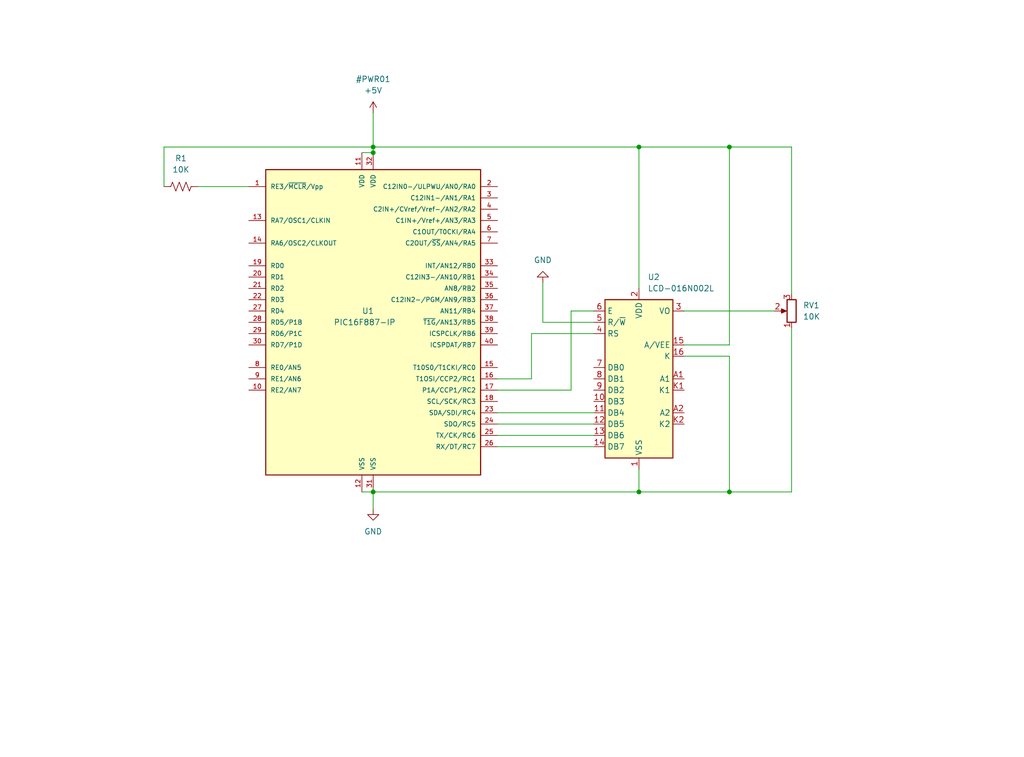
<source format=kicad_sch>
(kicad_sch (version 20230121) (generator eeschema)
  (paper "User" 229.997 170.002)
  (title_block (title "LCD16x2 Library Example with PIC16F887") (company "Ricardo Lima Caratti"))
  (lib_symbols
    (symbol "Device:R_Potentiometer" (pin_names (offset 1.016) hide)
      (property "Reference" "RV" (at -4.445 0 90))
      (property "Value" "R_Potentiometer" (at -2.54 0 90))
      (symbol "R_Potentiometer_0_1"
        (polyline (pts (xy 2.54 0) (xy 1.524 0)))
        (polyline (pts (xy 1.143 0) (xy 2.286 0.508) (xy 2.286 -0.508) (xy 1.143 0)) (fill (type outline)))
        (rectangle (start 1.016 2.54) (end -1.016 -2.54) (stroke (width 0.254)))
      )
      (symbol "R_Potentiometer_1_1"
        (pin passive line (at 0 3.81 270) (length 1.27) (name "1") (number "1"))
        (pin passive line (at 3.81 0 180) (length 1.27) (name "2") (number "2"))
        (pin passive line (at 0 -3.81 90) (length 1.27) (name "3") (number "3"))
      )
    )
    (symbol "Device:R_US" (pin_numbers hide) (pin_names (offset 0))
      (property "Reference" "R" (at 2.54 0 90))
      (property "Value" "R_US" (at -2.54 0 90))
      (symbol "R_US_0_1"
        (polyline (pts (xy 0 -2.286) (xy 0 -2.54)))
        (polyline (pts (xy 0 2.286) (xy 0 2.54)))
        (polyline (pts (xy 0 -0.762) (xy 1.016 -1.143) (xy 0 -1.524) (xy -1.016 -1.905) (xy 0 -2.286)))
        (polyline (pts (xy 0 0.762) (xy 1.016 0.381) (xy 0 0) (xy -1.016 -0.381) (xy 0 -0.762)))
        (polyline (pts (xy 0 2.286) (xy 1.016 1.905) (xy 0 1.524) (xy -1.016 1.143) (xy 0 0.762)))
      )
      (symbol "R_US_1_1"
        (pin passive line (at 0 3.81 270) (length 1.27) (name "~") (number "1"))
        (pin passive line (at 0 -3.81 90) (length 1.27) (name "~") (number "2"))
      )
    )
    (symbol "Display_Character:LCD-016N002L"
      (property "Reference" "U" (at -6.35 18.796 0))
      (property "Value" "LCD-016N002L" (at 8.636 18.796 0))
      (symbol "LCD-016N002L_1_1"
        (rectangle (start -7.62 17.78) (end 7.62 -17.78) (stroke (width 0.254)) (fill (type background)))
        (pin power_in line (at 0 -20.32 90) (length 2.54) (name "VSS") (number "1"))
        (pin bidirectional line (at -10.16 -5.08 0) (length 2.54) (name "DB3") (number "10"))
        (pin bidirectional line (at -10.16 -7.62 0) (length 2.54) (name "DB4") (number "11"))
        (pin bidirectional line (at -10.16 -10.16 0) (length 2.54) (name "DB5") (number "12"))
        (pin bidirectional line (at -10.16 -12.7 0) (length 2.54) (name "DB6") (number "13"))
        (pin bidirectional line (at -10.16 -15.24 0) (length 2.54) (name "DB7") (number "14"))
        (pin power_in line (at 10.16 7.62 180) (length 2.54) (name "A/VEE") (number "15"))
        (pin power_in line (at 10.16 5.08 180) (length 2.54) (name "K") (number "16"))
        (pin power_in line (at 0 20.32 270) (length 2.54) (name "VDD") (number "2"))
        (pin input line (at 10.16 15.24 180) (length 2.54) (name "VO") (number "3"))
        (pin input line (at -10.16 10.16 0) (length 2.54) (name "RS") (number "4"))
        (pin input line (at -10.16 12.7 0) (length 2.54) (name "R/~{W}") (number "5"))
        (pin input line (at -10.16 15.24 0) (length 2.54) (name "E") (number "6"))
        (pin bidirectional line (at -10.16 2.54 0) (length 2.54) (name "DB0") (number "7"))
        (pin bidirectional line (at -10.16 0 0) (length 2.54) (name "DB1") (number "8"))
        (pin bidirectional line (at -10.16 -2.54 0) (length 2.54) (name "DB2") (number "9"))
        (pin power_in line (at 10.16 0 180) (length 2.54) (name "A1") (number "A1"))
        (pin power_in line (at 10.16 -7.62 180) (length 2.54) (name "A2") (number "A2"))
        (pin power_in line (at 10.16 -2.54 180) (length 2.54) (name "K1") (number "K1"))
        (pin power_in line (at 10.16 -10.16 180) (length 2.54) (name "K2") (number "K2"))
      )
    )
    (symbol "MCU_Microchip_PIC16:PIC16F887-IP" (pin_names (offset 1.016))
      (property "Reference" "U" (at 6.35 38.1 0))
      (property "Value" "PIC16F887-IP" (at 6.35 35.56 0))
      (symbol "PIC16F887-IP_0_1"
        (rectangle (start -24.13 -34.29) (end 24.13 34.29) (stroke (width 0.254)) (fill (type background)))
      )
      (symbol "PIC16F887-IP_1_1"
        (pin input line (at -27.94 30.48 0) (length 3.81) (name "RE3/~{MCLR}/Vpp") (number "1"))
        (pin bidirectional line (at -27.94 -15.24 0) (length 3.81) (name "RE2/AN7") (number "10"))
        (pin power_in line (at -2.54 38.1 270) (length 3.81) (name "VDD") (number "11"))
        (pin power_in line (at -2.54 -38.1 90) (length 3.81) (name "VSS") (number "12"))
        (pin bidirectional line (at -27.94 22.86 0) (length 3.81) (name "RA7/OSC1/CLKIN") (number "13"))
        (pin bidirectional line (at -27.94 17.78 0) (length 3.81) (name "RA6/OSC2/CLKOUT") (number "14"))
        (pin bidirectional line (at 27.94 -10.16 180) (length 3.81) (name "T10S0/T1CKI/RC0") (number "15"))
        (pin bidirectional line (at 27.94 -12.7 180) (length 3.81) (name "T1OSI/CCP2/RC1") (number "16"))
        (pin bidirectional line (at 27.94 -15.24 180) (length 3.81) (name "P1A/CCP1/RC2") (number "17"))
        (pin bidirectional line (at 27.94 -17.78 180) (length 3.81) (name "SCL/SCK/RC3") (number "18"))
        (pin bidirectional line (at -27.94 12.7 0) (length 3.81) (name "RD0") (number "19"))
        (pin bidirectional line (at 27.94 30.48 180) (length 3.81) (name "C12IN0-/ULPWU/AN0/RA0") (number "2"))
        (pin bidirectional line (at -27.94 10.16 0) (length 3.81) (name "RD1") (number "20"))
        (pin bidirectional line (at -27.94 7.62 0) (length 3.81) (name "RD2") (number "21"))
        (pin bidirectional line (at -27.94 5.08 0) (length 3.81) (name "RD3") (number "22"))
        (pin bidirectional line (at 27.94 -20.32 180) (length 3.81) (name "SDA/SDI/RC4") (number "23"))
        (pin bidirectional line (at 27.94 -22.86 180) (length 3.81) (name "SDO/RC5") (number "24"))
        (pin bidirectional line (at 27.94 -25.4 180) (length 3.81) (name "TX/CK/RC6") (number "25"))
        (pin bidirectional line (at 27.94 -27.94 180) (length 3.81) (name "RX/DT/RC7") (number "26"))
        (pin bidirectional line (at -27.94 2.54 0) (length 3.81) (name "RD4") (number "27"))
        (pin bidirectional line (at -27.94 0 0) (length 3.81) (name "RD5/P1B") (number "28"))
        (pin bidirectional line (at -27.94 -2.54 0) (length 3.81) (name "RD6/P1C") (number "29"))
        (pin bidirectional line (at 27.94 27.94 180) (length 3.81) (name "C12IN1-/AN1/RA1") (number "3"))
        (pin bidirectional line (at -27.94 -5.08 0) (length 3.81) (name "RD7/P1D") (number "30"))
        (pin power_in line (at 0 -38.1 90) (length 3.81) (name "VSS") (number "31"))
        (pin power_in line (at 0 38.1 270) (length 3.81) (name "VDD") (number "32"))
        (pin bidirectional line (at 27.94 12.7 180) (length 3.81) (name "INT/AN12/RB0") (number "33"))
        (pin bidirectional line (at 27.94 10.16 180) (length 3.81) (name "C12IN3-/AN10/RB1") (number "34"))
        (pin bidirectional line (at 27.94 7.62 180) (length 3.81) (name "AN8/RB2") (number "35"))
        (pin bidirectional line (at 27.94 5.08 180) (length 3.81) (name "C12IN2-/PGM/AN9/RB3") (number "36"))
        (pin bidirectional line (at 27.94 2.54 180) (length 3.81) (name "AN11/RB4") (number "37"))
        (pin bidirectional line (at 27.94 0 180) (length 3.81) (name "~{T1G}/AN13/RB5") (number "38"))
        (pin bidirectional line (at 27.94 -2.54 180) (length 3.81) (name "ICSPCLK/RB6") (number "39"))
        (pin bidirectional line (at 27.94 25.4 180) (length 3.81) (name "C2IN+/CVref/Vref-/AN2/RA2") (number "4"))
        (pin bidirectional line (at 27.94 -5.08 180) (length 3.81) (name "ICSPDAT/RB7") (number "40"))
        (pin bidirectional line (at 27.94 22.86 180) (length 3.81) (name "C1IN+/Vref+/AN3/RA3") (number "5"))
        (pin bidirectional line (at 27.94 20.32 180) (length 3.81) (name "C1OUT/T0CKI/RA4") (number "6"))
        (pin bidirectional line (at 27.94 17.78 180) (length 3.81) (name "C2OUT/~{SS}/AN4/RA5") (number "7"))
        (pin bidirectional line (at -27.94 -10.16 0) (length 3.81) (name "RE0/AN5") (number "8"))
        (pin bidirectional line (at -27.94 -12.7 0) (length 3.81) (name "RE1/AN6") (number "9"))
      )
    )
    (symbol "power:+5V" (power) (pin_names (offset 0))
      (property "Value" "+5V" (at 0 3.556 0))
      (symbol "+5V_0_1"
        (polyline (pts (xy -0.762 1.27) (xy 0 2.54)))
        (polyline (pts (xy 0 0) (xy 0 2.54)))
        (polyline (pts (xy 0 2.54) (xy 0.762 1.27)))
      )
      (symbol "+5V_1_1"
        (pin power_in line (at 0 0 90) (length 0) hide (name "+5V") (number "1"))
      )
    )
    (symbol "power:GND" (power) (pin_names (offset 0))
      (property "Value" "GND" (at 0 -3.81 0))
      (symbol "GND_0_1"
        (polyline (pts (xy 0 0) (xy 0 -1.27) (xy 1.27 -1.27) (xy 0 -2.54) (xy -1.27 -1.27) (xy 0 -1.27)))
      )
      (symbol "GND_1_1"
        (pin power_in line (at 0 0 270) (length 0) hide (name "GND") (number "1"))
      )
    )
  )
  (junction (at 163.83 110.49))
  (junction (at 83.82 110.49))
  (junction (at 83.82 34.29))
  (junction (at 83.82 33.02))
  (junction (at 163.83 33.02))
  (junction (at 143.51 33.02))
  (junction (at 143.51 110.49))
  (wire (pts (xy 121.92 63.5) (xy 121.92 72.39)))
  (wire (pts (xy 111.76 85.09) (xy 119.38 85.09)))
  (wire (pts (xy 153.67 80.01) (xy 163.83 80.01)))
  (wire (pts (xy 111.76 95.25) (xy 133.35 95.25)))
  (wire (pts (xy 133.35 74.93) (xy 119.38 74.93)))
  (wire (pts (xy 163.83 110.49) (xy 177.8 110.49)))
  (wire (pts (xy 81.28 34.29) (xy 83.82 34.29)))
  (wire (pts (xy 163.83 33.02) (xy 163.83 77.47)))
  (wire (pts (xy 36.83 33.02) (xy 83.82 33.02)))
  (wire (pts (xy 177.8 73.66) (xy 177.8 110.49)))
  (wire (pts (xy 143.51 105.41) (xy 143.51 110.49)))
  (wire (pts (xy 143.51 64.77) (xy 143.51 33.02)))
  (wire (pts (xy 111.76 92.71) (xy 133.35 92.71)))
  (wire (pts (xy 111.76 87.63) (xy 128.27 87.63)))
  (wire (pts (xy 133.35 72.39) (xy 121.92 72.39)))
  (wire (pts (xy 177.8 66.04) (xy 177.8 33.02)))
  (wire (pts (xy 128.27 69.85) (xy 128.27 87.63)))
  (wire (pts (xy 83.82 33.02) (xy 83.82 34.29)))
  (wire (pts (xy 81.28 110.49) (xy 83.82 110.49)))
  (wire (pts (xy 111.76 97.79) (xy 133.35 97.79)))
  (wire (pts (xy 163.83 80.01) (xy 163.83 110.49)))
  (wire (pts (xy 44.45 41.91) (xy 55.88 41.91)))
  (wire (pts (xy 83.82 110.49) (xy 83.82 114.3)))
  (wire (pts (xy 153.67 77.47) (xy 163.83 77.47)))
  (wire (pts (xy 119.38 74.93) (xy 119.38 85.09)))
  (wire (pts (xy 143.51 33.02) (xy 163.83 33.02)))
  (wire (pts (xy 143.51 33.02) (xy 83.82 33.02)))
  (wire (pts (xy 83.82 25.4) (xy 83.82 33.02)))
  (wire (pts (xy 133.35 69.85) (xy 128.27 69.85)))
  (wire (pts (xy 111.76 100.33) (xy 133.35 100.33)))
  (wire (pts (xy 143.51 110.49) (xy 163.83 110.49)))
  (wire (pts (xy 83.82 110.49) (xy 143.51 110.49)))
  (wire (pts (xy 153.67 69.85) (xy 173.99 69.85)))
  (wire (pts (xy 163.83 33.02) (xy 177.8 33.02)))
  (wire (pts (xy 36.83 41.91) (xy 36.83 33.02)))
  (symbol (lib_id "Display_Character:LCD-016N002L") (at 143.51 85.09 0) (unit 1)
    (property "Reference" "U2" (at 145.4659 62.23 0) (effects (justify left)))
    (property "Value" "LCD-016N002L" (at 145.4659 64.77 0) (effects (justify left)))
    (property "Footprint" "Display:LCD-016N002L" (effects hide))
    (property "Datasheet" "http://www.vishay.com/docs/37299/37299.pdf" (effects hide))
  )
  (symbol (lib_id "Device:R_US") (at 40.64 41.91 90) (unit 1)
    (property "Reference" "R1" (at 40.64 35.56 90))
    (property "Value" "10K" (at 40.64 38.1 90))
  )
  (symbol (lib_id "power:GND") (at 83.82 114.3 0) (unit 1)
    (property "Reference" "#PWR03" (effects hide))
    (property "Value" "GND" (at 83.82 119.38 0))
  )
  (symbol (lib_id "MCU_Microchip_PIC16:PIC16F887-IP") (at 83.82 72.39 0) (unit 1)
    (property "Reference" "U1" (at 81.28 69.85 0) (effects (justify left)))
    (property "Value" "PIC16F887-IP" (at 74.93 72.39 0) (effects (justify left)))
    (property "Datasheet" "http://ww1.microchip.com/downloads/en/DeviceDoc/41291D.pdf" (effects hide))
  )
  (symbol (lib_id "power:+5V") (at 83.82 25.4 0) (unit 1)
    (property "Reference" "#PWR01" (at 83.82 17.78 0))
    (property "Value" "+5V" (at 83.82 20.32 0))
  )
  (symbol (lib_id "power:GND") (at 121.92 63.5 180) (unit 1)
    (property "Reference" "#PWR02" (effects hide))
    (property "Value" "GND" (at 121.92 58.42 0))
  )
  (symbol (lib_id "Device:R_Potentiometer") (at 177.8 69.85 180) (unit 1)
    (property "Reference" "RV1" (at 180.34 68.58 0) (effects (justify right)))
    (property "Value" "10K" (at 180.34 71.12 0) (effects (justify right)))
  )
)
</source>
